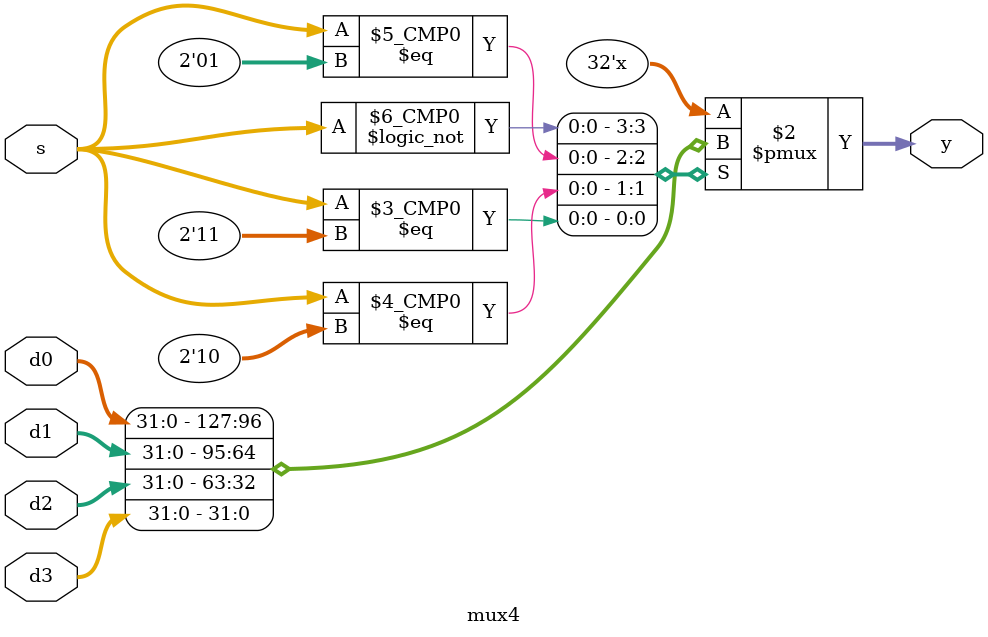
<source format=sv>
`timescale 1ns / 1ps


module mux4 #(parameter Width = 32)(
  input        [Width-1:0] d0, d1, d2, d3,
  input        [1:0]       s,
  output logic [Width-1:0] y
);
    always_comb begin
        unique case(s)
            2'b00: y = d0;
            2'b01: y = d1;
            2'b10: y = d2;
            2'b11: y = d3;
        endcase
    end
endmodule

</source>
